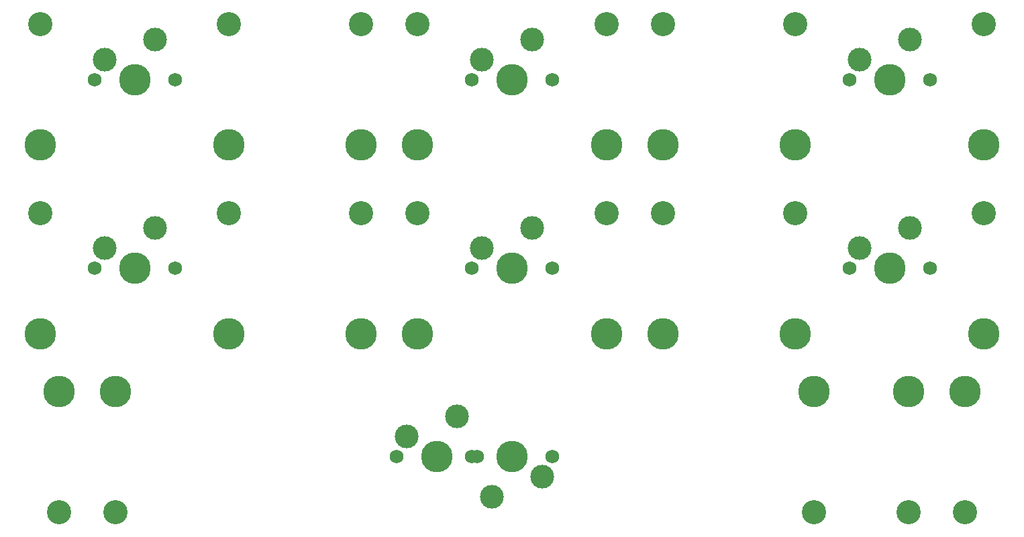
<source format=gts>
G04 #@! TF.GenerationSoftware,KiCad,Pcbnew,(5.1.10)-1*
G04 #@! TF.CreationDate,2021-07-13T16:41:47+02:00*
G04 #@! TF.ProjectId,stab_tester,73746162-5f74-4657-9374-65722e6b6963,rev?*
G04 #@! TF.SameCoordinates,Original*
G04 #@! TF.FileFunction,Soldermask,Top*
G04 #@! TF.FilePolarity,Negative*
%FSLAX46Y46*%
G04 Gerber Fmt 4.6, Leading zero omitted, Abs format (unit mm)*
G04 Created by KiCad (PCBNEW (5.1.10)-1) date 2021-07-13 16:41:47*
%MOMM*%
%LPD*%
G01*
G04 APERTURE LIST*
%ADD10C,3.987800*%
%ADD11C,3.048000*%
%ADD12C,3.000000*%
%ADD13C,1.750000*%
G04 APERTURE END LIST*
D10*
G04 #@! TO.C,REF\u002A\u002A*
X88138000Y-57912000D03*
X126238000Y-57912000D03*
D11*
X88138000Y-42672000D03*
X126238000Y-42672000D03*
G04 #@! TD*
D12*
G04 #@! TO.C,REF\u002A\u002A*
X62103000Y-68389500D03*
X55753000Y-70929500D03*
D13*
X54483000Y-73469500D03*
X64643000Y-73469500D03*
D10*
X59563000Y-73469500D03*
G04 #@! TD*
D12*
G04 #@! TO.C,REF\u002A\u002A*
X109728000Y-68389500D03*
X103378000Y-70929500D03*
D13*
X102108000Y-73469500D03*
X112268000Y-73469500D03*
D10*
X107188000Y-73469500D03*
G04 #@! TD*
D12*
G04 #@! TO.C,REF\u002A\u002A*
X157353000Y-68389500D03*
X151003000Y-70929500D03*
D13*
X149733000Y-73469500D03*
X159893000Y-73469500D03*
D10*
X154813000Y-73469500D03*
G04 #@! TD*
D12*
G04 #@! TO.C,REF\u002A\u002A*
X157353000Y-44577000D03*
X151003000Y-47117000D03*
D13*
X149733000Y-49657000D03*
X159893000Y-49657000D03*
D10*
X154813000Y-49657000D03*
G04 #@! TD*
D12*
G04 #@! TO.C,REF\u002A\u002A*
X109728000Y-44577000D03*
X103378000Y-47117000D03*
D13*
X102108000Y-49657000D03*
X112268000Y-49657000D03*
D10*
X107188000Y-49657000D03*
G04 #@! TD*
D12*
G04 #@! TO.C,REF\u002A\u002A*
X62103000Y-44577000D03*
X55753000Y-47117000D03*
D13*
X54483000Y-49657000D03*
X64643000Y-49657000D03*
D10*
X59563000Y-49657000D03*
G04 #@! TD*
G04 #@! TO.C,REF\u002A\u002A*
X97663000Y-97282000D03*
D13*
X102743000Y-97282000D03*
X92583000Y-97282000D03*
D12*
X93853000Y-94742000D03*
X100203000Y-92202000D03*
G04 #@! TD*
D10*
G04 #@! TO.C,REF\u002A\u002A*
X107188000Y-97282000D03*
D13*
X102108000Y-97282000D03*
X112268000Y-97282000D03*
D12*
X110998000Y-99822000D03*
X104648000Y-102362000D03*
G04 #@! TD*
D10*
G04 #@! TO.C,REF\u002A\u002A*
X50038000Y-89027000D03*
X145288000Y-89027000D03*
D11*
X145288000Y-104267000D03*
X50038000Y-104267000D03*
G04 #@! TD*
D10*
G04 #@! TO.C,REF\u002A\u002A*
X157194250Y-89027000D03*
D11*
X157194250Y-104267000D03*
X57181750Y-104267000D03*
D10*
X57181750Y-89027000D03*
G04 #@! TD*
G04 #@! TO.C,REF\u002A\u002A*
X50038000Y-89027000D03*
D11*
X50038000Y-104267000D03*
X164338000Y-104267000D03*
D10*
X164338000Y-89027000D03*
G04 #@! TD*
D11*
G04 #@! TO.C,REF\u002A\u002A*
X126238000Y-66484501D03*
X88138000Y-66484501D03*
D10*
X126238000Y-81724501D03*
X88138000Y-81724501D03*
G04 #@! TD*
G04 #@! TO.C,REF\u002A\u002A*
X95281750Y-81724500D03*
D11*
X95281750Y-66484500D03*
X119094250Y-66484500D03*
D10*
X119094250Y-81724500D03*
G04 #@! TD*
G04 #@! TO.C,REF\u002A\u002A*
X95281750Y-57912000D03*
D11*
X95281750Y-42672000D03*
X119094250Y-42672000D03*
D10*
X119094250Y-57912000D03*
G04 #@! TD*
G04 #@! TO.C,REF\u002A\u002A*
X142906750Y-57912000D03*
D11*
X142906750Y-42672000D03*
X166719250Y-42672000D03*
D10*
X166719250Y-57912000D03*
G04 #@! TD*
G04 #@! TO.C,REF\u002A\u002A*
X142906750Y-81724500D03*
D11*
X142906750Y-66484500D03*
X166719250Y-66484500D03*
D10*
X166719250Y-81724500D03*
G04 #@! TD*
G04 #@! TO.C,REF\u002A\u002A*
X71469250Y-81724500D03*
D11*
X71469250Y-66484500D03*
X47656750Y-66484500D03*
D10*
X47656750Y-81724500D03*
G04 #@! TD*
G04 #@! TO.C,REF\u002A\u002A*
X71469250Y-57912000D03*
D11*
X71469250Y-42672000D03*
X47656750Y-42672000D03*
D10*
X47656750Y-57912000D03*
G04 #@! TD*
M02*

</source>
